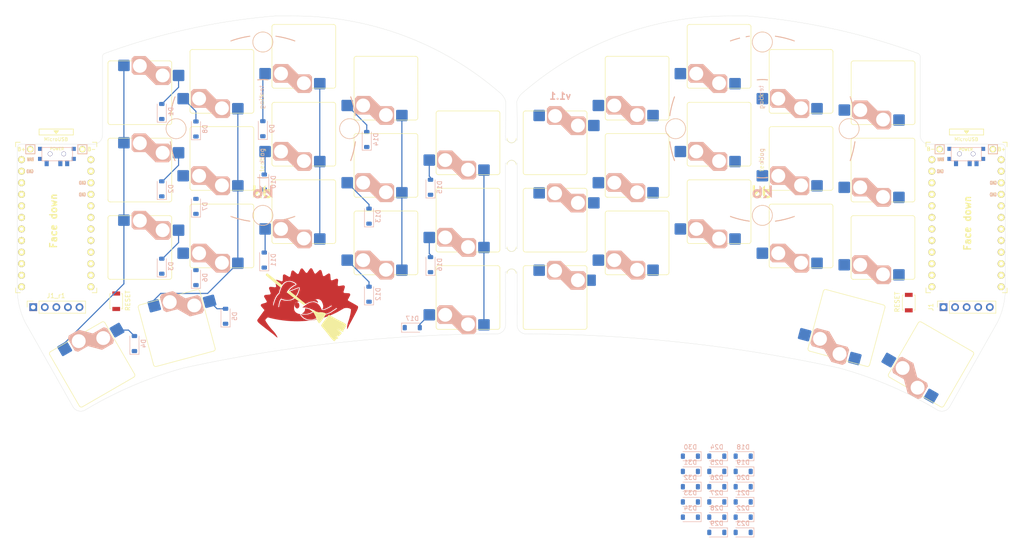
<source format=kicad_pcb>
(kicad_pcb (version 20241229) (generator "pcbnew") (generator_version "9.0")
  (layers (0 "F.Cu" signal) (2 "B.Cu" signal) (13 "F.Paste" user) (15 "B.Paste" user) (5 "F.SilkS" user "F.Silkscreen") (7 "B.SilkS" user "B.Silkscreen") (1 "F.Mask" user) (3 "B.Mask" user) (25 "Edge.Cuts" user))
  (net 0 "")
  (net 1 "gnd")
  (net 2 "vcc")
  (net 3 "reset")
  (net 4 "Switch1")
  (net 5 "Switch2")
  (net 6 "Switch3")
  (net 7 "Switch4")
  (net 8 "Switch5")
  (net 9 "Switch13")
  (net 10 "Switch14")
  (net 11 "Switch15")
  (net 12 "Switch16")
  (net 13 "Switch17")
  (net 14 "raw")
  (net 15 "BT+_r")
  (net 16 "reset_r")
  (net 17 "Switch13_r")
  (net 18 "Switch14_r")
  (net 19 "Switch15_r")
  (net 20 "Switch16_r")
  (net 21 "Switch17_r")
  (net 22 "Switch1_r")
  (net 23 "Switch2_r")
  (net 24 "Switch3_r")
  (net 25 "Switch4_r")
  (net 26 "Switch5_r")
  (net 27 "gnd_r")
  (net 28 "raw_r")
  (net 29 "vcc_r")
  (net 30 "Net-(D1-A)")
  (net 31 "Net-(D2-A)")
  (net 32 "BT+")
  (net 33 "Net-(D3-A)")
  (net 34 "Net-(D4-A)")
  (net 35 "Net-(D5-A)")
  (net 36 "Net-(D6-A)")
  (net 37 "Net-(D7-A)")
  (net 38 "Net-(D8-A)")
  (net 39 "Net-(D9-A)")
  (net 40 "Net-(D10-A)")
  (net 41 "Net-(D11-A)")
  (net 42 "Net-(D12-A)")
  (net 43 "Net-(D13-A)")
  (net 44 "Net-(D14-A)")
  (net 45 "Net-(D15-A)")
  (net 46 "Net-(D16-A)")
  (net 47 "Net-(D17-A)")
  (net 50 "MOSI")
  (net 51 "CS")
  (net 52 "SCK")
  (net 53 "MOSI_r")
  (net 54 "SCK_r")
  (net 55 "CS_r")
  (net 61 "Net-(D18-A)")
  (net 62 "Net-(D19-A)")
  (net 63 "Net-(D20-A)")
  (net 64 "Net-(D21-A)")
  (net 65 "Net-(D22-A)")
  (net 66 "Net-(D23-A)")
  (net 67 "Net-(D24-A)")
  (net 68 "Net-(D25-A)")
  (net 69 "Net-(D26-A)")
  (net 70 "Net-(D27-A)")
  (net 71 "Net-(D28-A)")
  (net 72 "Net-(D29-A)")
  (net 73 "Net-(D30-A)")
  (net 74 "Net-(D31-A)")
  (net 75 "Net-(D32-A)")
  (net 76 "Net-(D33-A)")
  (net 77 "Net-(D34-A)")
  (footprint "kbd:ProMicro_v3_min" (layer "F.Cu") (at 230.178 67.564)
    (property "Reference" "U1" (hide yes))
    (property "Value" "ProMicro-kbd" (hide yes))
  )
  (footprint "* duckyb-collection:SW_Hotswap_Kailh_Choc_V1_tweaked" (layer "F.Cu") (at 175.856 64.516 180)
    (property "Reference" "SW13")
    (property "Value" "SW_Push")
  )
  (footprint "* duckyb-collection:SW_Hotswap_Kailh_Choc_V1_tweaked" (layer "F.Cu") (at 222.386 98.082 150)
    (property "Reference" "SW17")
    (property "Value" "SW_Push")
  )
  (footprint "* duckyb-collection:SW_Hotswap_Kailh_Choc_V1_tweaked" (layer "F.Cu") (at 157.856 71.374 180)
    (property "Reference" "SW12")
    (property "Value" "SW_Push")
  )
  (footprint "* duckyb-collection:SW_Hotswap_Kailh_Choc_V1_tweaked" (layer "F.Cu") (at 203.826 90.082 165)
    (property "Reference" "SW16")
    (property "Value" "SW_Push")
  )
  (footprint "* duckyb-collection:SW_Hotswap_Kailh_Choc_V1_tweaked" (layer "F.Cu") (at 193.856 69.85 180)
    (property "Reference" "SW14")
    (property "Value" "SW_Push")
  )
  (footprint "* duckyb-collection:SW_Hotswap_Kailh_Choc_V1_tweaked" (layer "F.Cu") (at 211.836 72.39 180)
    (property "Reference" "SW15")
    (property "Value" "SW_Push")
  )
  (footprint "* duckyb-collection:SW_Hotswap_Kailh_Choc_V1_tweaked" (layer "F.Cu") (at 175.856 30.382 180)
    (property "Reference" "SW3")
    (property "Value" "SW_Push")
  )
  (footprint "* duckyb-collection:SW_Hotswap_Kailh_Choc_V1_tweaked" (layer "F.Cu") (at 157.856 37.382 180)
    (property "Reference" "SW2")
    (property "Value" "SW_Push")
  )
  (footprint "* duckyb-collection:SW_Hotswap_Kailh_Choc_V1_tweaked" (layer "F.Cu") (at 157.856 54.356 180)
    (property "Reference" "SW7")
    (property "Value" "SW_Push")
  )
  (footprint "* duckyb-collection:SW_Hotswap_Kailh_Choc_V1_tweaked" (layer "F.Cu") (at 139.856 83.382)
    (property "Reference" "SW11")
    (property "Value" "SW_Push")
  )
  (footprint "* duckyb-collection:SW_Hotswap_Kailh_Choc_V1_tweaked" (layer "F.Cu") (at 211.836 55.372 180)
    (property "Reference" "SW10")
    (property "Value" "SW_Push")
  )
  (footprint "* duckyb-collection:SW_Hotswap_Kailh_Choc_V1_tweaked" (layer "F.Cu") (at 193.856 52.832 180)
    (property "Reference" "SW9")
    (property "Value" "SW_Push")
  )
  (footprint "* duckyb-collection:SW_Hotswap_Kailh_Choc_V1_tweaked" (layer "F.Cu") (at 139.856 66.382)
    (property "Reference" "SW6")
    (property "Value" "SW_Push")
  )
  (footprint "* duckyb-collection:SW_Hotswap_Kailh_Choc_V1_tweaked" (layer "F.Cu") (at 211.856 38.382 180)
    (property "Reference" "SW5")
    (property "Value" "SW_Push")
  )
  (footprint "* duckyb-collection:SW_Hotswap_Kailh_Choc_V1_tweaked" (layer "F.Cu") (at 193.856 35.882 180)
    (property "Reference" "SW4")
    (property "Value" "SW_Push")
  )
  (footprint "* duckyb-collection:SW_Hotswap_Kailh_Choc_V1_tweaked" (layer "F.Cu") (at 139.856 49.382)
    (property "Reference" "SW1")
    (property "Value" "SW_Push")
  )
  (footprint "Duckyb-Parts:mouse-bite-5mm-slot-with-space-for-track" (layer "F.Cu") (at 130.302 51.308)
    (property "Reference" "mouse-bite-2mm-slot2" (hide yes))
    (property "Value" "VAL**" (hide yes))
  )
  (footprint "Duckyb-Parts:mouse-bite-5mm-slot-with-space-for-track" (layer "F.Cu") (at 130.302 75.184)
    (property "Reference" "mouse-bite-2mm-slot1" (hide yes))
    (property "Value" "VAL**" (hide yes))
  )
  (footprint "kbd:SW_SPST_B3U-1000P" (layer "F.Cu") (at 217.5 84.5 90)
    (property "Reference" "RSW1" (hide yes))
    (property "Value" "SW_Push")
  )
  (footprint "* duckyb-collection:SW_Hotswap_Kailh_Choc_V1_tweaked" (layer "F.Cu") (at 175.856 47.498 180)
    (property "Reference" "SW8")
    (property "Value" "SW_Push")
  )
  (footprint "* duckyb-collection:Tenting_Puck2_no_pads" (layer "F.Cu") (at 185.356 46.282)
    (property "Reference" "e")
    (property "Value" "Tenting Puck")
  )
  (footprint "kbd:1pin_conn" (layer "F.Cu") (at 235.966 50.8)
    (property "Reference" "Bat+1" (hide yes))
    (property "Value" "MountingHole_Pad" (hide yes))
  )
  (footprint "kbd:1pin_conn" (layer "F.Cu") (at 224.282 50.8)
    (property "Reference" "BatGND1" (hide yes))
    (property "Value" "MountingHole_Pad" (hide yes))
  )
  (footprint "kbd:ProMicro_v3_min" (layer "F.Cu") (at 30.326 67.564)
    (property "Reference" "U2" (hide yes))
    (property "Value" "ProMicro-kbd" (hide yes))
  )
  (footprint "* duckyb-collection:SW_Hotswap_Kailh_Choc_V1_tweaked" (layer "F.Cu") (at 48.686 72.39)
    (property "Reference" "SW15_r1")
    (property "Value" "SW_Push")
  )
  (footprint "* duckyb-collection:SW_Hotswap_Kailh_Choc_V1_tweaked" (layer "F.Cu") (at 66.7 52.832 180)
    (property "Reference" "SW9_r1")
    (property "Value" "SW_Push")
  )
  (footprint "* duckyb-collection:SW_Hotswap_Kailh_Choc_V1_tweaked" (layer "F.Cu") (at 84.688 64.516 180)
    (property "Reference" "SW13_r1")
    (property "Value" "SW_Push")
  )
  (footprint "* duckyb-collection:SW_Hotswap_Kailh_Choc_V1_tweaked" (layer "F.Cu") (at 102.714 71.374 180)
    (property "Reference" "SW12_r1")
    (property "Value" "SW_Push")
  )
  (footprint "* duckyb-collection:SW_Hotswap_Kailh_Choc_V1_tweaked" (layer "F.Cu") (at 48.686 38.382)
    (property "Reference" "SW5_r1")
    (property "Value" "SW_Push")
  )
  (footprint "* duckyb-collection:SW_Hotswap_Kailh_Choc_V1_tweaked" (layer "F.Cu") (at 66.7 35.882 180)
    (property "Reference" "SW4_r1")
    (property "Value" "SW_Push")
  )
  (footprint "* duckyb-collection:SW_Hotswap_Kailh_Choc_V1_tweaked" (layer "F.Cu") (at 120.732 49.382 180)
    (property "Reference" "SW1_r1")
    (property "Value" "SW_Push")
  )
  (footprint "* duckyb-collection:SW_Hotswap_Kailh_Choc_V1_tweaked" (layer "F.Cu") (at 66.7 69.85 180)
    (property "Reference" "SW14_r1")
    (property "Value" "SW_Push")
  )
  (footprint "* duckyb-collection:SW_Hotswap_Kailh_Choc_V1_tweaked" (layer "F.Cu") (at 84.688 30.382 180)
    (property "Reference" "SW3_r1")
    (property "Value" "SW_Push")
  )
  (footprint "* duckyb-collection:SW_Hotswap_Kailh_Choc_V1_tweaked" (layer "F.Cu") (at 120.732 83.382 180)
    (property "Reference" "SW11_r1")
    (property "Value" "SW_Push")
  )
  (footprint "* duckyb-collection:SW_Hotswap_Kailh_Choc_V1_tweaked" (layer "F.Cu") (at 48.686 55.372)
    (property "Reference" "SW10_r1")
    (property "Value" "SW_Push")
  )
  (footprint "* duckyb-collection:SW_Hotswap_Kailh_Choc_V1_tweaked" (layer "F.Cu") (at 102.714 37.382 180)
    (property "Reference" "SW2_r1")
    (property "Value" "SW_Push")
  )
  (footprint "* duckyb-collection:SW_Hotswap_Kailh_Choc_V1_tweaked" (layer "F.Cu") (at 102.714 54.356 180)
    (property "Reference" "SW7_r1")
    (property "Value" "SW_Push")
  )
  (footprint "* duckyb-collection:SW_Hotswap_Kailh_Choc_V1_tweaked" (layer "F.Cu") (at 56.778 90.082 15)
    (property "Reference" "SW16_r1")
    (property "Value" "SW_Push")
  )
  (footprint "Kailh:ferris_broom" (layer "F.Cu") (at 84.074 85.344 7)
    (property "Reference" "SweepLogo" (hide yes))
    (property "Value" "LOGO" (hide yes))
  )
  (footprint "* duckyb-collection:SW_Hotswap_Kailh_Choc_V1_tweaked" (layer "F.Cu") (at 84.688 47.498 180)
    (property "Reference" "SW8_r1")
    (property "Value" "SW_Push")
  )
  (footprint "* duckyb-collection:SW_Hotswap_Kailh_Choc_V1_tweaked" (layer "F.Cu") (at 38.218 98.082 30)
    (property "Reference" "SW17_r1")
    (property "Value" "SW_Push")
  )
  (footprint "* duckyb-collection:SW_Hotswap_Kailh_Choc_V1_tweaked" (layer "F.Cu") (at 120.732 66.382 180)
    (property "Reference" "SW6_r1")
    (property "Value" "SW_Push")
  )
  (footprint "* duckyb-collection:Tenting_Puck2_no_pads" (layer "F.Cu") (at 75.692 46.282)
    (property "Reference" "REF_PUCK_R")
    (property "Value" "Tenting Puck")
  )
  (footprint "kbd:1pin_conn" (layer "F.Cu") (at 36.068 50.8)
    (property "Reference" "BatGNDr1")
    (property "Value" "MountingHole_Pad" (hide yes))
  )
  (footprint "kbd:1pin_conn" (layer "F.Cu") (at 24.638 50.8)
    (property "Reference" "Bat+r1")
    (property "Value" "MountingHole_Pad" (hide yes))
  )
  (footprint "kbd:SW_SPST_B3U-1000P" (layer "F.Cu") (at 43.5 84.2 90)
    (property "Reference" "RSW2" (hide yes))
    (property "Value" "SW_Push")
  )
  (footprint "Connector_PinSocket_2.54mm:PinSocket_1x05_P2.54mm_Vertical" (layer "F.Cu") (at 225.128 85.5 90)
    (property "Reference" "J1")
    (property "Value" "Conn_01x05")
  )
  (footprint "Connector_PinSocket_2.54mm:PinSocket_1x05_P2.54mm_Vertical" (layer "F.Cu") (at 25.276 85.5 90)
    (property "Reference" "J1_r1")
    (property "Value" "Conn_01x05")
  )
  (footprint "duckyb-footprints:MountingHole_3.35mm" (layer "F.Cu") (at 203.918 28.194)
    (property "Reference" "REF**" (hide yes))
    (property "Value" "MountingHole_3.35mm")
  )
  (footprint "duckyb-footprints:MountingHole_3.35mm" (layer "F.Cu") (at 56.642 28.194)
    (property "Reference" "REF**" (hide yes))
    (property "Value" "MountingHole_3.35mm")
  )
  (footprint "duckyb-footprints:MountingHole_3.35mm" (layer "F.Cu") (at 110.109 82.41961)
    (property "Reference" "REF**" (hide yes))
    (property "Value" "MountingHole_3.35mm")
  )
  (footprint "duckyb-footprints:MountingHole_3.35mm" (layer "F.Cu") (at 28.956 91.567)
    (property "Reference" "REF**" (hide yes))
    (property "Value" "MountingHole_3.35mm")
  )
  (footprint "duckyb-footprints:MountingHole_3.35mm" (layer "F.Cu") (at 231.648 91.567)
    (property "Reference" "REF**" (hide yes))
    (property "Value" "MountingHole_3.35mm")
  )
  (footprint "duckyb-footprints:MountingHole_3.35mm" (layer "F.Cu") (at 150.479 82.41961)
    (property "Reference" "REF**" (hide yes))
    (property "Value" "MountingHole_3.35mm")
  )
  (footprint "duckyb-footprints:MountingHole_3.35mm" (layer "F.Cu") (at 113.665 38.354)
    (property "Reference" "REF**" (hide yes))
    (property "Value" "MountingHole_3.35mm")
  )
  (footprint "duckyb-footprints:MountingHole_3.35mm" (layer "F.Cu") (at 146.905 38.354)
    (property "Reference" "REF**" (hide yes))
    (property "Value" "MountingHole_3.35mm")
  )
  (footprint "Kailh:SPDT_C128955" (layer "B.Cu") (at 230.124 51.816 180)
    (property "Reference" "SW_POWER1")
    (property "Value" "SW_SPDT")
  )
  (footprint "Kailh:SPDT_C128955" (layer "B.Cu") (at 30.48 51.816 180)
    (property "Reference" "SW_POWERR1")
    (property "Value" "SW_SPDT")
  )
  (footprint "Diode_SMD:D_SOD-123" (layer "B.Cu") (at 76 58 90)
    (property "Reference" "D10")
    (property "Value" "1N4148W")
  )
  (footprint "Diode_SMD:D_SOD-123" (layer "B.Cu") (at 108.5 90)
    (property "Reference" "D17")
    (property "Value" "1N4148W")
  )
  (footprint "Diode_SMD:D_SOD-123" (layer "B.Cu") (at 61 63.35 90)
    (property "Reference" "D7")
    (property "Value" "1N4148W")
  )
  (footprint "Diode_SMD:D_SOD-123" (layer "B.Cu") (at 99 82.65 90)
    (property "Reference" "D12")
    (property "Value" "1N4148W")
  )
  (footprint "Diode_SMD:D_SOD-123" (layer "B.Cu") (at 99 65.5 90)
    (property "Reference" "D13")
    (property "Value" "1N4148W")
  )
  (footprint "Diode_SMD:D_SOD-123" (layer "B.Cu") (at 169.555 131.65 180)
    (property "Reference" "D34")
    (property "Value" "1N4148W")
  )
  (footprint "Diode_SMD:D_SOD-123" (layer "B.Cu") (at 181.145 121.6 180)
    (property "Reference" "D19")
    (property "Value" "1N4148W")
  )
  (footprint "Diode_SMD:D_SOD-123" (layer "B.Cu") (at 181.145 124.95 180)
    (property "Reference" "D20")
    (property "Value" "1N4148W")
  )
  (footprint "Diode_SMD:D_SOD-123" (layer "B.Cu") (at 67.5 87.5 90)
    (property "Reference" "D5")
    (property "Value" "1N4148W")
  )
  (footprint "Diode_SMD:D_SOD-123" (layer "B.Cu") (at 61 46.35 90)
    (property "Reference" "D8")
    (property "Value" "1N4148W")
  )
  (footprint "Diode_SMD:D_SOD-123" (layer "B.Cu") (at 181.145 118.25 180)
    (property "Reference" "D18")
    (property "Value" "1N4148W")
  )
  (footprint "Diode_SMD:D_SOD-123" (layer "B.Cu") (at 169.555 124.95 180)
    (property "Reference" "D32")
    (property "Value" "1N4148W")
  )
  (footprint "Diode_SMD:D_SOD-123" (layer "B.Cu") (at 175.35 124.95 180)
    (property "Reference" "D26")
    (property "Value" "1N4148W")
  )
  (footprint "Diode_SMD:D_SOD-123" (layer "B.Cu") (at 53.5 76.5 90)
    (property "Reference" "D3")
    (property "Value" "1N4148W")
  )
  (footprint "Diode_SMD:D_SOD-123" (layer "B.Cu") (at 175.35 135 180)
    (property "Reference" "D29")
    (property "Value" "1N4148W")
  )
  (footprint "Diode_SMD:D_SOD-123" (layer "B.Cu") (at 169.555 128.3 180)
    (property "Reference" "D33")
    (property "Value" "1N4148W")
  )
  (footprint "Diode_SMD:D_SOD-123" (layer "B.Cu") (at 175.35 118.25 180)
    (property "Reference" "D24")
    (property "Value" "1N4148W")
  )
  (footprint "Diode_SMD:D_SOD-123" (layer "B.Cu") (at 53.5 42.5 90)
    (property "Reference" "D1")
    (property "Value" "1N4148W")
  )
  (footprint "Diode_SMD:D_SOD-123" (layer "B.Cu") (at 53.5 59.5 90)
    (property "Reference" "D2")
    (property "Value" "1N4148W")
  )
  (footprint "Diode_SMD:D_SOD-123" (layer "B.Cu") (at 181.145 131.65 180)
    (property "Reference" "D22")
    (property "Value" "1N4148W")
  )
  (footprint "Diode_SMD:D_SOD-123" (layer "B.Cu") (at 169.555 121.6 180)
    (property "Reference" "D31")
    (property "Value" "1N4148W")
  )
  (footprint "Diode_SMD:D_SOD-123" (layer "B.Cu") (at 181.145 128.3 180)
    (property "Reference" "D21")
    (property "Value" "1N4148W")
  )
  (footprint "Diode_SMD:D_SOD-123" (layer "B.Cu") (at 98.5 48.65 90)
    (property "Reference" "D14")
    (property "Value" "1N4148W")
  )
  (footprint "Diode_SMD:D_SOD-123" (layer "B.Cu") (at 112.5 59.15 90)
    (property "Reference" "D15")
    (property "Value" "1N4148W")
  )
  (footprint "Diode_SMD:D_SOD-123" (layer "B.Cu") (at 175.35 128.3 180)
    (property "Reference" "D27")
    (property "Value" "1N4148W")
  )
  (footprint "Diode_SMD:D_SOD-123" (layer "B.Cu") (at 169.555 118.25 180)
    (property "Reference" "D30")
    (property "Value" "1N4148W")
  )
  (footprint "Diode_SMD:D_SOD-123" (layer "B.Cu") (at 175.35 121.6 180)
    (property "Reference" "D25")
    (property "Value" "1N4148W")
  )
  (footprint "Diode_SMD:D_SOD-123" (layer "B.Cu") (at 76 75.15 90)
    (property "Reference" "D11")
    (property "Value" "1N4148W")
  )
  (footprint "Diode_SMD:D_SOD-123" (layer "B.Cu") (at 75.692 46.282 90)
    (property "Reference" "D9")
    (property "Value" "1N4148W")
  )
  (footprint "Diode_SMD:D_SOD-123" (layer "B.Cu") (at 47.5 93.5 90)
    (property "Reference" "D4")
    (property "Value" "1N4148W")
  )
  (footprint "Diode_SMD:D_SOD-123" (layer "B.Cu") (at 112.5 76.15 90)
    (property "Reference" "D16")
    (property "Value" "1N4148W")
  )
  (footprint "Diode_SMD:D_SOD-123" (layer "B.Cu") (at 175.35 131.65 180)
    (property "Reference" "D28")
    (property "Value" "1N4148W")
  )
  (footprint "Diode_SMD:D_SOD-123" (layer "B.Cu") (at 181.145 135 180)
    (property "Reference" "D23")
    (property "Value" "1N4148W")
  )
  (footprint "Diode_SMD:D_SOD-123" (layer "B.Cu") (at 61 79 90)
    (property "Reference" "D6")
    (property "Value" "1N4148W")
  )
  (gr_rect (start 27.178 50.419) (end 33.909 53.34) (stroke (width 0.12)) (fill no) (layer "B.SilkS"))
  (gr_rect (start 226.822 50.419) (end 233.426 53.34) (stroke (width 0.12)) (fill no) (layer "B.SilkS"))
  (gr_line (start 131.5085 77.724) (end 131.506254 89.547024) (stroke (width 0.05)) (layer "Edge.Cuts"))
  (gr_line (start 219.998001 47.763999) (end 219.998045 30.439419) (stroke (width 0.05)) (layer "Edge.Cuts"))
  (gr_arc (start 226.446 107.451265) (mid 225.204995 108.32098) (end 223.714 108.05) (stroke (width 0.05)) (layer "Edge.Cuts"))
  (gr_arc (start 222.033002 49.694917) (mid 220.620534 49.145716) (end 219.998001 47.763999) (stroke (width 0.05)) (layer "Edge.Cuts"))
  (gr_arc (start 182.067777 21.502679) (mid 201.091879 24.375764) (end 219.56329 29.758889) (stroke (width 0.05)) (layer "Edge.Cuts"))
  (gr_arc (start 132.893 38.265) (mid 153.988491 25.788882) (end 178.120389 21.508139) (stroke (width 0.05)) (layer "Edge.Cuts"))
  (gr_arc (start 237.938 49.692) (mid 238.46833 49.91167) (end 238.688 50.442) (stroke (width 0.05)) (layer "Edge.Cuts"))
  (gr_arc (start 131.466055 40.278702) (mid 132.022929 39.160882) (end 132.893 38.265) (stroke (width 0.05)) (layer "Edge.Cuts"))
  (gr_arc (start 133.544 91.383119) (mid 132.156573 90.874102) (end 131.506254 89.547024) (stroke (width 0.05)) (layer "Edge.Cuts"))
  (gr_arc (start 219.56329 29.758889) (mid 219.880079 30.035645) (end 219.998045 30.439419) (stroke (width 0.05)) (layer "Edge.Cuts"))
  (gr_arc (start 202.185134 98.863946) (mid 213.262488 102.723597) (end 223.714 108.05) (stroke (width 0.05)) (layer "Edge.Cuts"))
  (gr_line (start 222.033002 49.694917) (end 237.938 49.692) (stroke (width 0.05)) (layer "Edge.Cuts"))
  (gr_arc (start 133.544 91.383119) (mid 168.064442 93.289554) (end 202.185134 98.863946) (stroke (width 0.05)) (layer "Edge.Cuts"))
  (gr_line (start 238.688 58.42) (end 238.688 66.548) (stroke (width 0.05)) (layer "Edge.Cuts"))
  (gr_line (start 236.953304 88.85815) (end 226.446 107.451265) (stroke (width 0.05)) (layer "Edge.Cuts"))
  (gr_arc (start 238.7 81.534) (mid 238.242913 85.295347) (end 236.953304 88.85815) (stroke (width 0.05)) (layer "Edge.Cuts"))
  (gr_line (start 182.067777 21.502679) (end 178.120389 21.508139) (stroke (width 0.05)) (layer "Edge.Cuts"))
  (gr_line (start 238.688 50.442) (end 238.688 58.42) (stroke (width 0.05)) (layer "Edge.Cuts"))
  (gr_line (start 131.466055 40.278702) (end 131.572 48.768) (stroke (width 0.05)) (layer "Edge.Cuts"))
  (gr_line (start 129.3495 48.768) (end 128.96 48.768) (stroke (width 0.05)) (layer "Edge.Cuts"))
  (gr_line (start 238.688 66.548) (end 238.688 75.438) (stroke (width 0.05)) (layer "Edge.Cuts"))
  (gr_line (start 238.688 75.438) (end 238.7 81.534) (stroke (width 0.05)) (layer "Edge.Cuts"))
  (gr_line (start 129.3495 72.644) (end 128.96 72.644) (stroke (width 0.05)) (layer "Edge.Cuts"))
  (gr_line (start 129.3495 53.848) (end 128.96 53.848) (stroke (width 0.05)) (layer "Edge.Cuts"))
  (gr_line (start 129.3495 77.724) (end 128.96 77.724) (stroke (width 0.05)) (layer "Edge.Cuts"))
  (gr_line (start 131.572 53.848) (end 131.572 72.644) (stroke (width 0.05)) (layer "Edge.Cuts"))
  (gr_line (start 78.412223 21.502679) (end 82.613611 21.508139) (stroke (width 0.05)) (layer "Edge.Cuts"))
  (gr_line (start 21.792 50.442) (end 21.792 58.42) (stroke (width 0.05)) (layer "Edge.Cuts"))
  (gr_line (start 128.96 77.724) (end 128.975507 89.545022) (stroke (width 0.05)) (layer "Edge.Cuts"))
  (gr_arc (start 127.587 38.265) (mid 128.457071 39.160882) (end 129.013945 40.278702) (stroke (width 0.05)) (layer "Edge.Cuts"))
  (gr_arc (start 128.975507 89.545022) (mid 128.324689 90.873432) (end 126.936 91.383119) (stroke (width 0.05)) (layer "Edge.Cuts"))
  (gr_line (start 40.481999 47.763999) (end 40.481955 30.439419) (stroke (width 0.05)) (layer "Edge.Cuts"))
  (gr_line (start 21.792 66.548) (end 21.792 73.914) (stroke (width 0.05)) (layer "Edge.Cuts"))
  (gr_line (start 23.526696 88.85815) (end 34.034 107.451265) (stroke (width 0.05)) (layer "Edge.Cuts"))
  (gr_arc (start 40.481999 47.763999) (mid 39.859467 49.145717) (end 38.446998 49.694917) (stroke (width 0.05)) (layer "Edge.Cuts"))
  (gr_arc (start 40.91671 29.758889) (mid 59.388121 24.375764) (end 78.412223 21.502679) (stroke (width 0.05)) (layer "Edge.Cuts"))
  (gr_arc (start 58.294866 98.863946) (mid 92.415558 93.289555) (end 126.936 91.383119) (stroke (width 0.05)) (layer "Edge.Cuts"))
  (gr_arc (start 23.526696 88.85815) (mid 22.237087 85.295347) (end 21.78 81.534) (stroke (width 0.05)) (layer "Edge.Cuts"))
  (gr_arc (start 21.792 50.442) (mid 22.01167 49.91167) (end 22.542 49.692) (stroke (width 0.05)) (layer "Edge.Cuts"))
  (gr_line (start 38.446998 49.694917) (end 22.542 49.692) (stroke (width 0.05)) (layer "Edge.Cuts"))
  (gr_line (start 21.792 58.42) (end 21.792 66.548) (stroke (width 0.05)) (layer "Edge.Cuts"))
  (gr_arc (start 40.481955 30.439419) (mid 40.599921 30.035645) (end 40.91671 29.758889) (stroke (width 0.05)) (layer "Edge.Cuts"))
  (gr_arc (start 36.766 108.05) (mid 35.275005 108.32098) (end 34.034 107.451265) (stroke (width 0.05)) (layer "Edge.Cuts"))
  (gr_arc (start 82.613611 21.508139) (mid 106.610476 25.833455) (end 127.587 38.265) (stroke (width 0.05)) (layer "Edge.Cuts"))
  (gr_arc (start 36.766 108.05) (mid 47.217512 102.723597) (end 58.294866 98.863946) (stroke (width 0.05)) (layer "Edge.Cuts"))
  (gr_line (start 21.792 73.914) (end 21.78 81.534) (stroke (width 0.05)) (layer "Edge.Cuts"))
  (gr_line (start 128.96 53.848) (end 128.96 72.644) (stroke (width 0.05)) (layer "Edge.Cuts"))
  (gr_line (start 129.013945 40.278702) (end 128.96 48.768) (stroke (width 0.05)) (layer "Edge.Cuts"))
  (gr_line (start 131.572 48.768) (end 131.2545 48.768) (stroke (width 0.05)) (layer "Edge.Cuts"))
  (gr_arc (start 131.254499 72.644) (mid 130.302 73.288873) (end 129.349501 72.643999) (stroke (width 0.05)) (layer "Edge.Cuts"))
  (gr_line (start 131.572 53.848) (end 131.2545 53.848) (stroke (width 0.05)) (layer "Edge.Cuts"))
  (gr_arc (start 129.349501 77.724) (mid 130.302 77.079127) (end 131.254499 77.724001) (stroke (width 0.05)) (layer "Edge.Cuts"))
  (gr_line (start 131.572 72.644) (end 131.2545 72.644) (stroke (width 0.05)) (layer "Edge.Cuts"))
  (gr_arc (start 131.254499 48.768) (mid 130.302 49.412873) (end 129.349501 48.767999) (stroke (width 0.05)) (layer "Edge.Cuts"))
  (gr_line (start 131.5085 77.724) (end 131.2545 77.724) (stroke (width 0.05)) (layer "Edge.Cuts"))
  (gr_arc (start 129.349501 53.848) (mid 130.302 53.203127) (end 131.254499 53.848001) (stroke (width 0.05)) (layer "Edge.Cuts"))
  (gr_text "Face down" (at 230.378 67.056 90) (layer "F.SilkS") (effects (font (size 1.5 1.5) (thickness 0.3))))
  (gr_text "Face down" (at 29.718 66.548 90) (layer "F.SilkS") (effects (font (size 1.5 1.5) (thickness 0.3))))
  (gr_text "B+" (at 22.7076 50.8 0) (layer "F.SilkS") (effects (font (size 0.8 0.8))))
  (gr_text "B-" (at 38.1 50.8 0) (layer "F.SilkS") (effects (font (size 0.8 0.8))))
  (gr_text "B-" (at 222.3516 50.7492 0) (layer "F.SilkS") (effects (font (size 0.8 0.8))))
  (gr_text "B+" (at 237.8964 50.8 0) (layer "F.SilkS") (effects (font (size 0.8 0.8))))
  (gr_text "POWER" (at 30.48 50.6984 0) (layer "F.SilkS") (effects (font (size 0.6 0.6) (thickness 0.12))))
  (gr_text "POWER" (at 230.0224 50.8508 0) (layer "F.SilkS") (effects (font (size 0.6 0.6) (thickness 0.12))))
  (gr_text "v1.1" (at 140.97 39.116 0) (layer "B.SilkS") (effects (font (size 1.5 1.5) (thickness 0.3)) (justify mirror)))
  (segment (start 124.232 72.382) (end 124.232 89.382) (width 0.25) (layer "B.Cu") (net 22))
  (segment (start 124.232 55.382) (end 124.232 72.382) (width 0.25) (layer "B.Cu") (net 22))
  (segment (start 106.214 60.356) (end 106.214 77.374) (width 0.25) (layer "B.Cu") (net 23))
  (segment (start 106.214 43.382) (end 106.214 60.356) (width 0.25) (layer "B.Cu") (net 23))
  (segment (start 88.188 36.382) (end 88.188 53.498) (width 0.25) (layer "B.Cu") (net 24))
  (segment (start 88.188 53.498) (end 88.188 70.516) (width 0.25) (layer "B.Cu") (net 24))
  (segment (start 70.2 41.882) (end 70.2 58.832) (width 0.25) (layer "B.Cu") (net 25))
  (segment (start 63.567962 82.482038) (end 53.260524 82.482038) (width 0.25) (layer "B.Cu") (net 25))
  (segment (start 53.260524 82.482038) (end 51.844345 83.898217) (width 0.25) (layer "B.Cu") (net 25))
  (segment (start 51.844345 83.898217) (end 51.844345 85.192312) (width 0.25) (layer "B.Cu") (net 25))
  (segment (start 70.2 75.85) (end 63.567962 82.482038) (width 0.25) (layer "B.Cu") (net 25))
  (segment (start 70.2 58.832) (end 70.2 75.85) (width 0.25) (layer "B.Cu") (net 25))
  (segment (start 32.186911 93.365119) (end 32.186911 94.635848) (width 0.25) (layer "B.Cu") (net 26))
  (segment (start 45.186 80.36603) (end 32.186911 93.365119) (width 0.25) (layer "B.Cu") (net 26))
  (segment (start 45.186 32.382) (end 45.186 49.372) (width 0.25) (layer "B.Cu") (net 26))
  (segment (start 45.186 66.39) (end 45.186 80.36603) (width 0.25) (layer "B.Cu") (net 26))
  (segment (start 45.186 49.372) (end 45.186 66.39) (width 0.25) (layer "B.Cu") (net 26))
  (segment (start 53.522537 40.85) (end 53.5 40.85) (width 0.25) (layer "B.Cu") (net 30))
  (segment (start 57.186 37.186537) (end 53.522537 40.85) (width 0.25) (layer "B.Cu") (net 30))
  (segment (start 57.186 34.582) (end 57.186 37.186537) (width 0.25) (layer "B.Cu") (net 30))
  (segment (start 57.186 54.314) (end 53.65 57.85) (width 0.25) (layer "B.Cu") (net 31))
  (segment (start 53.65 57.85) (end 53.5 57.85) (width 0.25) (layer "B.Cu") (net 31))
  (segment (start 57.186 51.572) (end 57.186 54.314) (width 0.25) (layer "B.Cu") (net 31))
  (segment (start 53.65 74.85) (end 53.5 74.85) (width 0.25) (layer "B.Cu") (net 33))
  (segment (start 57.186 68.59) (end 57.186 71.314) (width 0.25) (layer "B.Cu") (net 33))
  (segment (start 57.186 71.314) (end 53.65 74.85) (width 0.25) (layer "B.Cu") (net 33))
  (segment (start 46.191103 90.541103) (end 47.5 91.85) (width 0.25) (layer "B.Cu") (net 34))
  (segment (start 43.679216 90.541103) (end 46.191103 90.541103) (width 0.25) (layer "B.Cu") (net 34))
  (segment (start 65.643337 85.85) (end 67.5 85.85) (width 0.25) (layer "B.Cu") (net 35))
  (segment (start 64.004857 84.21152) (end 65.643337 85.85) (width 0.25) (layer "B.Cu") (net 35))
  (segment (start 61 44.7) (end 61 42.482) (width 0.25) (layer "B.Cu") (net 38))
  (segment (start 61 42.482) (end 58.2 39.682) (width 0.25) (layer "B.Cu") (net 38))
  (segment (start 75.692 34.678) (end 76.188 34.182) (width 0.25) (layer "B.Cu") (net 39))
  (segment (start 75.692 44.632) (end 75.692 34.678) (width 0.25) (layer "B.Cu") (net 39))
  (segment (start 76.188 51.298) (end 76.188 56.162) (width 0.25) (layer "B.Cu") (net 40))
  (segment (start 76.188 56.162) (end 76 56.35) (width 0.25) (layer "B.Cu") (net 40))
  (segment (start 76.188 73.312) (end 76 73.5) (width 0.25) (layer "B.Cu") (net 41))
  (segment (start 76.188 68.316) (end 76.188 73.312) (width 0.25) (layer "B.Cu") (net 41))
  (segment (start 99 79.96) (end 99 81) (width 0.25) (layer "B.Cu") (net 42))
  (segment (start 94.214 75.174) (end 99 79.96) (width 0.25) (layer "B.Cu") (net 42))
  (segment (start 94.214 58.156) (end 99 62.942) (width 0.25) (layer "B.Cu") (net 43))
  (segment (start 99 62.942) (end 99 63.85) (width 0.25) (layer "B.Cu") (net 43))
  (segment (start 98.5 47) (end 98.5 45.468) (width 0.25) (layer "B.Cu") (net 44))
  (segment (start 98.5 45.468) (end 94.214 41.182) (width 0.25) (layer "B.Cu") (net 44))
  (segment (start 112.5 57.5) (end 112.5 57) (width 0.25) (layer "B.Cu") (net 45))
  (segment (start 112.5 57) (end 112.232 56.732) (width 0.25) (layer "B.Cu") (net 45))
  (segment (start 112.232 56.732) (end 112.232 53.182) (width 0.25) (layer "B.Cu") (net 45))
  (segment (start 112.232 73.732) (end 112.232 70.182) (width 0.25) (layer "B.Cu") (net 46))
  (segment (start 112.5 74) (end 112.232 73.732) (width 0.25) (layer "B.Cu") (net 46))
  (segment (start 112.5 74.5) (end 112.5 74) (width 0.25) (layer "B.Cu") (net 46))
  (segment (start 110.15 90) (end 110.15 89.264) (width 0.25) (layer "B.Cu") (net 47))
  (segment (start 110.15 89.264) (end 112.232 87.182) (width 0.25) (layer "B.Cu") (net 47))
)
</source>
